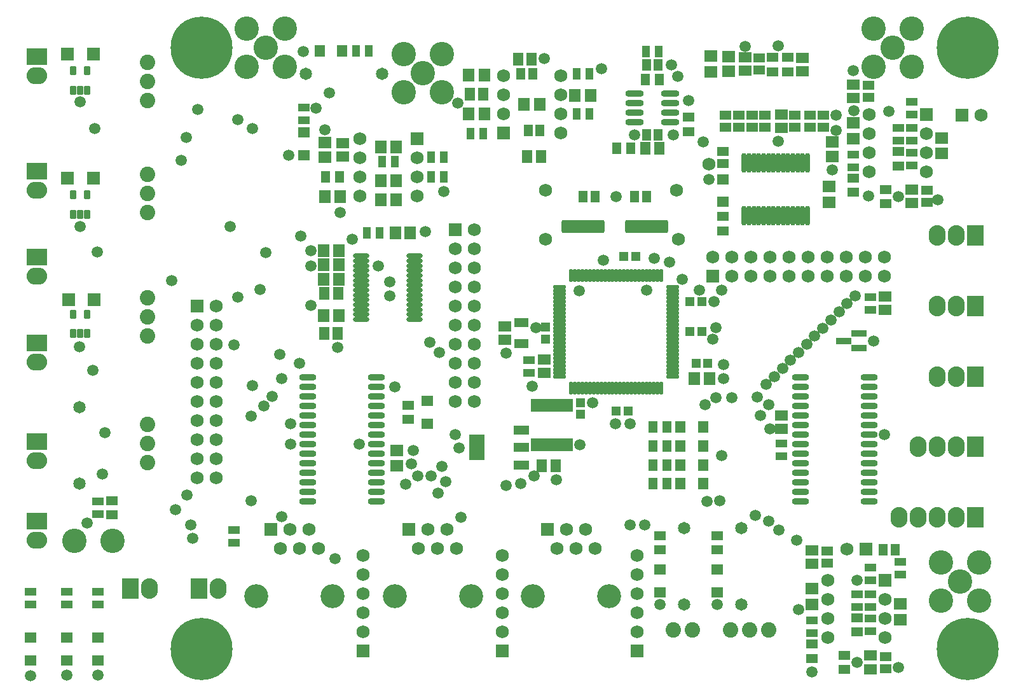
<source format=gts>
%FSAX43Y43*%
%MOMM*%
G71*
G01*
G75*
G04 Layer_Color=8388736*
%ADD10R,1.450X1.150*%
%ADD11R,1.300X0.850*%
%ADD12R,1.350X0.950*%
%ADD13R,1.400X1.050*%
%ADD14R,1.500X1.250*%
%ADD15R,0.950X1.350*%
%ADD16O,2.050X0.600*%
%ADD17R,1.050X1.400*%
%ADD18R,0.850X1.300*%
%ADD19O,2.200X0.600*%
%ADD20R,1.250X1.500*%
%ADD21R,1.150X1.450*%
%ADD22R,1.400X1.200*%
%ADD23R,1.550X1.350*%
%ADD24R,1.350X1.550*%
%ADD25O,1.900X0.450*%
G04:AMPARAMS|DCode=26|XSize=5.5mm|YSize=1.5mm|CornerRadius=0.188mm|HoleSize=0mm|Usage=FLASHONLY|Rotation=180.000|XOffset=0mm|YOffset=0mm|HoleType=Round|Shape=RoundedRectangle|*
%AMROUNDEDRECTD26*
21,1,5.500,1.125,0,0,180.0*
21,1,5.125,1.500,0,0,180.0*
1,1,0.375,-2.563,0.563*
1,1,0.375,2.563,0.563*
1,1,0.375,2.563,-0.563*
1,1,0.375,-2.563,-0.563*
%
%ADD26ROUNDEDRECTD26*%
%ADD27R,1.800X0.600*%
%ADD28R,0.900X1.000*%
%ADD29R,1.200X1.400*%
%ADD30R,1.000X0.900*%
%ADD31R,5.400X1.550*%
%ADD32R,1.700X0.950*%
%ADD33R,1.900X0.900*%
%ADD34R,1.900X3.200*%
%ADD35R,1.524X1.524*%
G04:AMPARAMS|DCode=36|XSize=0.6mm|YSize=1mm|CornerRadius=0.075mm|HoleSize=0mm|Usage=FLASHONLY|Rotation=0.000|XOffset=0mm|YOffset=0mm|HoleType=Round|Shape=RoundedRectangle|*
%AMROUNDEDRECTD36*
21,1,0.600,0.850,0,0,0.0*
21,1,0.450,1.000,0,0,0.0*
1,1,0.150,0.225,-0.425*
1,1,0.150,-0.225,-0.425*
1,1,0.150,-0.225,0.425*
1,1,0.150,0.225,0.425*
%
%ADD36ROUNDEDRECTD36*%
%ADD37O,0.250X1.550*%
%ADD38O,1.550X0.250*%
%ADD39O,0.450X2.400*%
%ADD40C,0.250*%
%ADD41C,0.500*%
%ADD42C,0.450*%
%ADD43C,1.000*%
%ADD44C,0.750*%
%ADD45C,0.254*%
%ADD46R,1.500X1.500*%
%ADD47C,1.500*%
%ADD48C,3.000*%
%ADD49R,2.000X2.500*%
%ADD50O,2.000X2.500*%
%ADD51C,1.400*%
%ADD52R,1.500X1.500*%
%ADD53C,1.800*%
%ADD54C,8.000*%
%ADD55R,2.500X2.000*%
%ADD56O,2.500X2.000*%
%ADD57R,1.500X1.500*%
%ADD58C,2.950*%
%ADD59C,1.500*%
%ADD60C,1.270*%
%ADD61C,1.016*%
%ADD62C,1.016*%
%ADD63C,1.900*%
%ADD64C,2.500*%
G04:AMPARAMS|DCode=65|XSize=3.2mm|YSize=3.2mm|CornerRadius=0mm|HoleSize=0mm|Usage=FLASHONLY|Rotation=0.000|XOffset=0mm|YOffset=0mm|HoleType=Round|Shape=Relief|Width=0.3mm|Gap=0.3mm|Entries=4|*
%AMTHD65*
7,0,0,3.200,2.600,0.300,45*
%
%ADD65THD65*%
%ADD66C,2.100*%
G04:AMPARAMS|DCode=67|XSize=2.7mm|YSize=2.7mm|CornerRadius=0mm|HoleSize=0mm|Usage=FLASHONLY|Rotation=0.000|XOffset=0mm|YOffset=0mm|HoleType=Round|Shape=Relief|Width=0.3mm|Gap=0.3mm|Entries=4|*
%AMTHD67*
7,0,0,2.700,2.100,0.300,45*
%
%ADD67THD67*%
%ADD68C,1.850*%
G04:AMPARAMS|DCode=69|XSize=2.5mm|YSize=2.5mm|CornerRadius=0mm|HoleSize=0mm|Usage=FLASHONLY|Rotation=0.000|XOffset=0mm|YOffset=0mm|HoleType=Round|Shape=Relief|Width=0.3mm|Gap=0.3mm|Entries=4|*
%AMTHD69*
7,0,0,2.500,1.900,0.300,45*
%
%ADD69THD69*%
%ADD70C,2.000*%
%ADD71C,1.600*%
G04:AMPARAMS|DCode=72|XSize=2.2mm|YSize=2.2mm|CornerRadius=0mm|HoleSize=0mm|Usage=FLASHONLY|Rotation=0.000|XOffset=0mm|YOffset=0mm|HoleType=Round|Shape=Relief|Width=0.3mm|Gap=0.3mm|Entries=4|*
%AMTHD72*
7,0,0,2.200,1.600,0.300,45*
%
%ADD72THD72*%
%ADD73C,4.500*%
%ADD74C,1.900*%
%ADD75C,4.250*%
G04:AMPARAMS|DCode=76|XSize=2.5mm|YSize=2.5mm|CornerRadius=0mm|HoleSize=0mm|Usage=FLASHONLY|Rotation=0.000|XOffset=0mm|YOffset=0mm|HoleType=Round|Shape=Relief|Width=0.3mm|Gap=0.3mm|Entries=4|*
%AMTHD76*
7,0,0,2.500,1.900,0.300,45*
%
%ADD76THD76*%
%ADD77C,2.600*%
G04:AMPARAMS|DCode=78|XSize=2.45mm|YSize=2.45mm|CornerRadius=0mm|HoleSize=0mm|Usage=FLASHONLY|Rotation=0.000|XOffset=0mm|YOffset=0mm|HoleType=Round|Shape=Relief|Width=0.3mm|Gap=0.3mm|Entries=4|*
%AMTHD78*
7,0,0,2.450,1.850,0.300,45*
%
%ADD78THD78*%
%ADD79R,2.500X1.700*%
%ADD80R,1.700X2.500*%
G04:AMPARAMS|DCode=81|XSize=0.6mm|YSize=1mm|CornerRadius=0.075mm|HoleSize=0mm|Usage=FLASHONLY|Rotation=270.000|XOffset=0mm|YOffset=0mm|HoleType=Round|Shape=RoundedRectangle|*
%AMROUNDEDRECTD81*
21,1,0.600,0.850,0,0,270.0*
21,1,0.450,1.000,0,0,270.0*
1,1,0.150,-0.425,-0.225*
1,1,0.150,-0.425,0.225*
1,1,0.150,0.425,0.225*
1,1,0.150,0.425,-0.225*
%
%ADD81ROUNDEDRECTD81*%
%ADD82R,1.524X1.524*%
%ADD83C,0.600*%
%ADD84C,0.400*%
%ADD85C,0.200*%
%ADD86C,0.203*%
%ADD87C,0.127*%
%ADD88C,0.305*%
%ADD89R,1.800X1.600*%
%ADD90R,1.600X1.800*%
%ADD91R,1.700X1.400*%
%ADD92R,1.550X1.100*%
%ADD93R,1.600X1.200*%
%ADD94R,1.650X1.300*%
%ADD95R,1.750X1.500*%
%ADD96R,1.200X1.600*%
%ADD97O,2.300X0.850*%
%ADD98R,1.300X1.650*%
%ADD99R,1.100X1.550*%
%ADD100O,2.450X0.850*%
%ADD101R,1.500X1.750*%
%ADD102R,1.400X1.700*%
%ADD103R,1.650X1.450*%
%ADD104R,1.800X1.600*%
%ADD105R,1.600X1.800*%
%ADD106O,2.150X0.700*%
G04:AMPARAMS|DCode=107|XSize=5.75mm|YSize=1.75mm|CornerRadius=0.313mm|HoleSize=0mm|Usage=FLASHONLY|Rotation=180.000|XOffset=0mm|YOffset=0mm|HoleType=Round|Shape=RoundedRectangle|*
%AMROUNDEDRECTD107*
21,1,5.750,1.125,0,0,180.0*
21,1,5.125,1.750,0,0,180.0*
1,1,0.625,-2.563,0.563*
1,1,0.625,2.563,0.563*
1,1,0.625,2.563,-0.563*
1,1,0.625,-2.563,-0.563*
%
%ADD107ROUNDEDRECTD107*%
%ADD108R,2.050X0.850*%
%ADD109R,1.150X1.250*%
%ADD110R,1.450X1.650*%
%ADD111R,1.250X1.150*%
%ADD112R,5.650X1.800*%
%ADD113R,1.950X1.200*%
%ADD114R,2.150X1.150*%
%ADD115R,2.150X3.450*%
%ADD116R,1.774X1.774*%
G04:AMPARAMS|DCode=117|XSize=0.85mm|YSize=1.25mm|CornerRadius=0.2mm|HoleSize=0mm|Usage=FLASHONLY|Rotation=0.000|XOffset=0mm|YOffset=0mm|HoleType=Round|Shape=RoundedRectangle|*
%AMROUNDEDRECTD117*
21,1,0.850,0.850,0,0,0.0*
21,1,0.450,1.250,0,0,0.0*
1,1,0.400,0.225,-0.425*
1,1,0.400,-0.225,-0.425*
1,1,0.400,-0.225,0.425*
1,1,0.400,0.225,0.425*
%
%ADD117ROUNDEDRECTD117*%
%ADD118O,0.500X1.800*%
%ADD119O,1.800X0.500*%
%ADD120O,0.700X2.650*%
%ADD121R,1.750X1.750*%
%ADD122C,1.750*%
%ADD123C,3.250*%
%ADD124R,2.250X2.750*%
%ADD125O,2.250X2.750*%
%ADD126C,1.650*%
%ADD127R,1.750X1.750*%
%ADD128C,2.050*%
%ADD129C,8.250*%
%ADD130R,2.750X2.250*%
%ADD131O,2.750X2.250*%
%ADD132R,1.750X1.750*%
%ADD133C,3.200*%
%ADD134C,1.750*%
%ADD135C,1.520*%
D91*
X0319040Y0143650D02*
D03*
Y0141850D02*
D03*
X0324540Y0205650D02*
D03*
Y0203850D02*
D03*
X0311290Y0155850D02*
D03*
Y0157650D02*
D03*
X0248800Y0210040D02*
D03*
Y0211840D02*
D03*
X0307200Y0215640D02*
D03*
Y0213840D02*
D03*
X0310000Y0223190D02*
D03*
Y0221390D02*
D03*
X0302400Y0223290D02*
D03*
Y0221490D02*
D03*
X0316790Y0217850D02*
D03*
Y0219650D02*
D03*
X0321000Y0189640D02*
D03*
Y0191440D02*
D03*
X0307200Y0175640D02*
D03*
Y0173840D02*
D03*
X0275600Y0183040D02*
D03*
Y0181240D02*
D03*
X0270350Y0187440D02*
D03*
Y0185640D02*
D03*
D92*
X0324540Y0215650D02*
D03*
Y0217350D02*
D03*
Y0213850D02*
D03*
Y0212150D02*
D03*
X0316790Y0210350D02*
D03*
Y0208650D02*
D03*
X0324540Y0210600D02*
D03*
Y0208900D02*
D03*
X0322790Y0212150D02*
D03*
Y0213850D02*
D03*
X0319040Y0153650D02*
D03*
Y0155350D02*
D03*
X0323040Y0156100D02*
D03*
Y0154400D02*
D03*
X0319040Y0148600D02*
D03*
Y0146900D02*
D03*
X0319040Y0151850D02*
D03*
Y0150150D02*
D03*
X0317290D02*
D03*
Y0151850D02*
D03*
X0311290Y0148350D02*
D03*
Y0146650D02*
D03*
X0243600Y0214890D02*
D03*
Y0216590D02*
D03*
X0319000Y0191390D02*
D03*
Y0189690D02*
D03*
X0307200Y0170190D02*
D03*
Y0171890D02*
D03*
X0273600Y0181290D02*
D03*
Y0182990D02*
D03*
X0234250Y0160390D02*
D03*
Y0158690D02*
D03*
X0216200Y0164190D02*
D03*
Y0162490D02*
D03*
X0212000Y0152190D02*
D03*
Y0150490D02*
D03*
X0207200Y0152190D02*
D03*
Y0150490D02*
D03*
X0216200Y0152190D02*
D03*
Y0150490D02*
D03*
D93*
X0326540Y0205550D02*
D03*
Y0203950D02*
D03*
X0321040Y0143550D02*
D03*
Y0141950D02*
D03*
X0313290Y0155950D02*
D03*
Y0157550D02*
D03*
X0312800Y0215540D02*
D03*
Y0213940D02*
D03*
X0311000Y0215540D02*
D03*
X0311000Y0213940D02*
D03*
X0309000Y0215540D02*
D03*
X0309000Y0213940D02*
D03*
X0304200Y0223190D02*
D03*
X0304200Y0221590D02*
D03*
X0305000Y0215540D02*
D03*
X0305000Y0213940D02*
D03*
X0303250Y0215590D02*
D03*
Y0213990D02*
D03*
X0301500Y0215590D02*
D03*
X0301500Y0213990D02*
D03*
X0299750Y0215590D02*
D03*
Y0213990D02*
D03*
X0299400Y0210740D02*
D03*
X0299400Y0209140D02*
D03*
X0318790Y0217950D02*
D03*
Y0219550D02*
D03*
D94*
X0321040Y0205700D02*
D03*
Y0203800D02*
D03*
X0322790Y0208800D02*
D03*
Y0210700D02*
D03*
X0316790Y0205300D02*
D03*
Y0207200D02*
D03*
X0317290Y0146800D02*
D03*
Y0148700D02*
D03*
X0315540Y0143700D02*
D03*
Y0141800D02*
D03*
X0311290Y0143300D02*
D03*
Y0145200D02*
D03*
X0294800Y0213390D02*
D03*
Y0215290D02*
D03*
X0308000Y0223240D02*
D03*
Y0221340D02*
D03*
X0306000Y0221340D02*
D03*
Y0223240D02*
D03*
X0299400Y0200190D02*
D03*
Y0202090D02*
D03*
X0257500Y0175090D02*
D03*
Y0176990D02*
D03*
X0218000Y0164290D02*
D03*
Y0162390D02*
D03*
X0291045Y0159625D02*
D03*
Y0157725D02*
D03*
X0298665D02*
D03*
Y0159625D02*
D03*
D95*
X0316790Y0214550D02*
D03*
Y0212450D02*
D03*
X0323040Y0150550D02*
D03*
Y0148450D02*
D03*
X0311290Y0152550D02*
D03*
Y0150450D02*
D03*
X0297800Y0221340D02*
D03*
Y0223440D02*
D03*
X0313500Y0206090D02*
D03*
Y0203990D02*
D03*
X0328540Y0212550D02*
D03*
Y0210450D02*
D03*
D96*
X0322340Y0157750D02*
D03*
X0320740D02*
D03*
X0290800Y0222290D02*
D03*
X0289200Y0222290D02*
D03*
X0275050Y0213540D02*
D03*
X0273450Y0213540D02*
D03*
X0272450Y0221040D02*
D03*
X0274050D02*
D03*
X0280800Y0204740D02*
D03*
X0282400D02*
D03*
X0289200D02*
D03*
X0287600D02*
D03*
X0289200Y0212940D02*
D03*
X0290800D02*
D03*
D97*
X0253270Y0164165D02*
D03*
Y0165435D02*
D03*
Y0166705D02*
D03*
Y0167975D02*
D03*
Y0169245D02*
D03*
Y0170515D02*
D03*
Y0171785D02*
D03*
Y0173055D02*
D03*
Y0174325D02*
D03*
Y0175595D02*
D03*
Y0176865D02*
D03*
Y0178135D02*
D03*
Y0179405D02*
D03*
Y0180675D02*
D03*
X0244070Y0164165D02*
D03*
Y0165435D02*
D03*
Y0166705D02*
D03*
Y0167975D02*
D03*
Y0169245D02*
D03*
Y0170515D02*
D03*
Y0171785D02*
D03*
Y0173055D02*
D03*
Y0174325D02*
D03*
Y0175595D02*
D03*
Y0176865D02*
D03*
Y0178135D02*
D03*
Y0179405D02*
D03*
Y0180675D02*
D03*
X0309695Y0180720D02*
D03*
Y0179450D02*
D03*
Y0178180D02*
D03*
Y0176910D02*
D03*
Y0175640D02*
D03*
Y0174370D02*
D03*
Y0173100D02*
D03*
Y0171830D02*
D03*
Y0170560D02*
D03*
Y0169290D02*
D03*
Y0168020D02*
D03*
Y0166750D02*
D03*
Y0165480D02*
D03*
Y0164210D02*
D03*
X0318895Y0180720D02*
D03*
Y0179450D02*
D03*
Y0178180D02*
D03*
Y0176910D02*
D03*
Y0175640D02*
D03*
Y0174370D02*
D03*
Y0173100D02*
D03*
Y0171830D02*
D03*
Y0170560D02*
D03*
Y0169290D02*
D03*
Y0168020D02*
D03*
Y0166750D02*
D03*
Y0165480D02*
D03*
Y0164210D02*
D03*
D98*
X0289050Y0220340D02*
D03*
X0290950Y0220340D02*
D03*
X0246450Y0207340D02*
D03*
X0248350D02*
D03*
X0285250Y0211140D02*
D03*
X0287150Y0211140D02*
D03*
X0291950Y0169040D02*
D03*
X0290050D02*
D03*
X0291950Y0166540D02*
D03*
X0290050D02*
D03*
X0291950Y0171540D02*
D03*
X0290050Y0171540D02*
D03*
X0291950Y0174040D02*
D03*
X0290050D02*
D03*
D99*
X0289150Y0224040D02*
D03*
X0290850Y0224040D02*
D03*
X0279950Y0215740D02*
D03*
X0281650D02*
D03*
X0279910Y0221030D02*
D03*
X0281610Y0221030D02*
D03*
X0267450Y0213140D02*
D03*
X0265750D02*
D03*
X0254020Y0209400D02*
D03*
X0255720D02*
D03*
X0262250Y0209940D02*
D03*
X0260550D02*
D03*
Y0207340D02*
D03*
X0262250D02*
D03*
X0251950Y0199940D02*
D03*
X0253650D02*
D03*
X0252250Y0224140D02*
D03*
X0250550D02*
D03*
D100*
X0287600Y0218445D02*
D03*
Y0217175D02*
D03*
Y0215905D02*
D03*
Y0214635D02*
D03*
X0292400Y0218445D02*
D03*
Y0217175D02*
D03*
X0292400Y0215905D02*
D03*
X0292400Y0214635D02*
D03*
D101*
X0279710Y0218230D02*
D03*
X0281810D02*
D03*
X0272910Y0217030D02*
D03*
X0275010Y0217030D02*
D03*
X0265550Y0220940D02*
D03*
X0267650Y0220940D02*
D03*
X0267650Y0215740D02*
D03*
X0265550D02*
D03*
X0297650Y0180540D02*
D03*
X0295550D02*
D03*
D102*
X0275150Y0210040D02*
D03*
X0273350D02*
D03*
X0272100Y0223040D02*
D03*
X0273900Y0223040D02*
D03*
X0265700Y0218340D02*
D03*
X0267500Y0218340D02*
D03*
X0246350Y0191820D02*
D03*
X0248150D02*
D03*
X0248100Y0186540D02*
D03*
X0246300D02*
D03*
X0289100Y0211140D02*
D03*
X0290900D02*
D03*
X0275300Y0168940D02*
D03*
X0277100D02*
D03*
D103*
X0243600Y0213240D02*
D03*
Y0210240D02*
D03*
X0299400Y0207040D02*
D03*
Y0204040D02*
D03*
X0260000Y0177540D02*
D03*
Y0174540D02*
D03*
X0207200Y0146040D02*
D03*
Y0143040D02*
D03*
X0212000D02*
D03*
Y0146040D02*
D03*
X0298665Y0152095D02*
D03*
Y0155095D02*
D03*
X0291045D02*
D03*
Y0152095D02*
D03*
X0216200Y0146040D02*
D03*
Y0143040D02*
D03*
D104*
X0246400Y0211940D02*
D03*
Y0209940D02*
D03*
X0314000Y0210040D02*
D03*
Y0212040D02*
D03*
X0300200Y0223390D02*
D03*
Y0221390D02*
D03*
X0256000Y0168940D02*
D03*
Y0170940D02*
D03*
D105*
X0255870Y0204320D02*
D03*
X0253870D02*
D03*
X0255870Y0206860D02*
D03*
X0253870D02*
D03*
X0255870Y0211305D02*
D03*
X0253870D02*
D03*
X0248400Y0204740D02*
D03*
X0246400D02*
D03*
X0255775Y0199875D02*
D03*
X0257775D02*
D03*
X0246250Y0197535D02*
D03*
X0248250D02*
D03*
X0246250Y0195630D02*
D03*
X0248250D02*
D03*
Y0193725D02*
D03*
X0246250D02*
D03*
X0248250Y0188915D02*
D03*
X0246250D02*
D03*
D106*
X0251260Y0196840D02*
D03*
Y0196190D02*
D03*
Y0195540D02*
D03*
Y0194890D02*
D03*
Y0194240D02*
D03*
Y0193590D02*
D03*
Y0192940D02*
D03*
Y0192290D02*
D03*
Y0191640D02*
D03*
Y0190990D02*
D03*
Y0190340D02*
D03*
Y0189690D02*
D03*
Y0189040D02*
D03*
Y0188390D02*
D03*
X0258360Y0196840D02*
D03*
Y0196190D02*
D03*
Y0195540D02*
D03*
Y0194890D02*
D03*
Y0194240D02*
D03*
Y0193590D02*
D03*
Y0192940D02*
D03*
Y0192290D02*
D03*
Y0191640D02*
D03*
Y0190990D02*
D03*
Y0190340D02*
D03*
Y0189690D02*
D03*
Y0189040D02*
D03*
Y0188390D02*
D03*
D107*
X0280750Y0200740D02*
D03*
X0289250D02*
D03*
D108*
X0317500Y0184590D02*
D03*
Y0186490D02*
D03*
X0315500Y0185540D02*
D03*
D109*
X0295000Y0190740D02*
D03*
X0296600D02*
D03*
X0295000Y0186740D02*
D03*
X0296600D02*
D03*
X0295800Y0182540D02*
D03*
X0297400D02*
D03*
X0286800Y0176240D02*
D03*
X0285200D02*
D03*
X0286200Y0196790D02*
D03*
X0287800D02*
D03*
D110*
X0296750Y0171540D02*
D03*
X0293750D02*
D03*
X0296750Y0166540D02*
D03*
X0293750D02*
D03*
X0296750Y0169040D02*
D03*
X0293750Y0169040D02*
D03*
X0296750Y0174040D02*
D03*
X0293750Y0174040D02*
D03*
X0248700Y0224140D02*
D03*
X0245700D02*
D03*
D111*
X0280400Y0177340D02*
D03*
Y0175740D02*
D03*
X0275800Y0187340D02*
D03*
Y0185740D02*
D03*
D112*
X0276600Y0176965D02*
D03*
Y0171715D02*
D03*
D113*
X0272550Y0187940D02*
D03*
Y0185140D02*
D03*
D114*
X0272550Y0169040D02*
D03*
Y0171340D02*
D03*
Y0173640D02*
D03*
D115*
X0266650Y0171340D02*
D03*
D116*
X0215700Y0190975D02*
D03*
X0212271D02*
D03*
X0215570Y0223690D02*
D03*
X0212141D02*
D03*
X0215570Y0207180D02*
D03*
X0212141D02*
D03*
D117*
X0212845Y0189100D02*
D03*
X0214745Y0186500D02*
D03*
X0213795D02*
D03*
X0212845D02*
D03*
X0214745Y0189100D02*
D03*
X0212845Y0204975D02*
D03*
X0214745Y0202375D02*
D03*
X0213795D02*
D03*
X0212845D02*
D03*
X0214745Y0204975D02*
D03*
X0212845Y0221485D02*
D03*
X0214745Y0218885D02*
D03*
X0213795D02*
D03*
X0212845D02*
D03*
X0214745Y0221485D02*
D03*
D118*
X0279200Y0179215D02*
D03*
X0279700D02*
D03*
X0280200D02*
D03*
X0280700D02*
D03*
X0281200D02*
D03*
X0281700D02*
D03*
X0282200D02*
D03*
X0282700D02*
D03*
X0283200D02*
D03*
X0283700D02*
D03*
X0284200D02*
D03*
X0284700D02*
D03*
X0285200D02*
D03*
X0285700D02*
D03*
X0286200D02*
D03*
X0286700D02*
D03*
X0287200D02*
D03*
X0287700D02*
D03*
X0288200D02*
D03*
X0288700D02*
D03*
X0289200D02*
D03*
X0289700D02*
D03*
X0290200D02*
D03*
X0290700D02*
D03*
X0291200D02*
D03*
Y0194265D02*
D03*
X0290700D02*
D03*
X0290200D02*
D03*
X0289700D02*
D03*
X0289200D02*
D03*
X0288700D02*
D03*
X0288200D02*
D03*
X0287700D02*
D03*
X0287200D02*
D03*
X0286700D02*
D03*
X0286200D02*
D03*
X0285700D02*
D03*
X0285200D02*
D03*
X0284700D02*
D03*
X0284200D02*
D03*
X0283700D02*
D03*
X0283200D02*
D03*
X0282700D02*
D03*
X0282200D02*
D03*
X0281700D02*
D03*
X0281200D02*
D03*
X0280700D02*
D03*
X0280200D02*
D03*
X0279700D02*
D03*
X0279200D02*
D03*
D119*
X0292725Y0180740D02*
D03*
Y0181240D02*
D03*
Y0181740D02*
D03*
Y0182240D02*
D03*
Y0182740D02*
D03*
Y0183240D02*
D03*
Y0183740D02*
D03*
Y0184240D02*
D03*
Y0184740D02*
D03*
Y0185240D02*
D03*
Y0185740D02*
D03*
Y0186240D02*
D03*
Y0186740D02*
D03*
Y0187240D02*
D03*
Y0187740D02*
D03*
Y0188240D02*
D03*
Y0188740D02*
D03*
Y0189240D02*
D03*
Y0189740D02*
D03*
Y0190240D02*
D03*
Y0190740D02*
D03*
Y0191240D02*
D03*
Y0191740D02*
D03*
Y0192240D02*
D03*
Y0192740D02*
D03*
X0277675D02*
D03*
Y0192240D02*
D03*
Y0191740D02*
D03*
Y0191240D02*
D03*
Y0190740D02*
D03*
Y0190240D02*
D03*
Y0189740D02*
D03*
Y0189240D02*
D03*
Y0188740D02*
D03*
Y0188240D02*
D03*
Y0187740D02*
D03*
Y0187240D02*
D03*
Y0186740D02*
D03*
Y0186240D02*
D03*
Y0185740D02*
D03*
Y0185240D02*
D03*
Y0184740D02*
D03*
Y0184240D02*
D03*
Y0183740D02*
D03*
Y0183240D02*
D03*
Y0182740D02*
D03*
Y0182240D02*
D03*
Y0181740D02*
D03*
Y0181240D02*
D03*
Y0180740D02*
D03*
D120*
X0302210Y0202185D02*
D03*
X0302860D02*
D03*
X0303510D02*
D03*
X0304160D02*
D03*
X0304810D02*
D03*
X0305460D02*
D03*
X0306110D02*
D03*
X0306760D02*
D03*
X0307410D02*
D03*
X0308060D02*
D03*
X0308710D02*
D03*
X0309360D02*
D03*
X0310010D02*
D03*
X0310660D02*
D03*
X0302210Y0209185D02*
D03*
X0302860D02*
D03*
X0303510D02*
D03*
X0304160D02*
D03*
X0304810D02*
D03*
X0305460D02*
D03*
X0306110D02*
D03*
X0306760D02*
D03*
X0307410D02*
D03*
X0308060D02*
D03*
X0308710D02*
D03*
X0309360D02*
D03*
X0310010D02*
D03*
X0310660D02*
D03*
D121*
X0326500Y0215640D02*
D03*
X0298000Y0194140D02*
D03*
X0258680Y0212430D02*
D03*
X0270150Y0213220D02*
D03*
X0331250Y0215540D02*
D03*
X0318460Y0157790D02*
D03*
X0321000Y0153640D02*
D03*
D122*
X0326500Y0213100D02*
D03*
Y0210560D02*
D03*
Y0208020D02*
D03*
X0318880Y0215640D02*
D03*
Y0213100D02*
D03*
Y0210560D02*
D03*
Y0208020D02*
D03*
X0231940Y0190140D02*
D03*
X0229400Y0187600D02*
D03*
X0231940D02*
D03*
X0229400Y0185060D02*
D03*
X0231940D02*
D03*
X0229400Y0182520D02*
D03*
X0231940D02*
D03*
X0229400Y0179980D02*
D03*
X0231940D02*
D03*
X0229400Y0177440D02*
D03*
X0231940D02*
D03*
X0229400Y0174900D02*
D03*
X0231940D02*
D03*
X0229400Y0172360D02*
D03*
X0231940D02*
D03*
X0229400Y0169820D02*
D03*
X0231940D02*
D03*
X0229400Y0167280D02*
D03*
X0231940D02*
D03*
X0266300Y0200365D02*
D03*
X0263760Y0197825D02*
D03*
X0266300D02*
D03*
X0263760Y0195285D02*
D03*
X0266300D02*
D03*
X0263760Y0192745D02*
D03*
X0266300D02*
D03*
X0263760Y0190205D02*
D03*
X0266300D02*
D03*
X0263760Y0187665D02*
D03*
X0266300D02*
D03*
X0263760Y0185125D02*
D03*
X0266300D02*
D03*
X0263760Y0182585D02*
D03*
X0266300D02*
D03*
X0263760Y0180045D02*
D03*
X0266300D02*
D03*
X0263760Y0177505D02*
D03*
X0266300D02*
D03*
X0298000Y0196680D02*
D03*
X0300540Y0194140D02*
D03*
Y0196680D02*
D03*
X0303080Y0194140D02*
D03*
Y0196680D02*
D03*
X0305620Y0194140D02*
D03*
Y0196680D02*
D03*
X0308160Y0194140D02*
D03*
Y0196680D02*
D03*
X0310700Y0194140D02*
D03*
Y0196680D02*
D03*
X0313240Y0194140D02*
D03*
X0313240Y0196680D02*
D03*
X0315780Y0194140D02*
D03*
X0315780Y0196680D02*
D03*
X0318320Y0194140D02*
D03*
Y0196680D02*
D03*
X0320860Y0194140D02*
D03*
Y0196680D02*
D03*
X0251500Y0156990D02*
D03*
Y0154450D02*
D03*
Y0151910D02*
D03*
Y0149370D02*
D03*
Y0146830D02*
D03*
X0288000Y0156990D02*
D03*
Y0154450D02*
D03*
Y0151910D02*
D03*
Y0149370D02*
D03*
Y0146830D02*
D03*
X0258680Y0209890D02*
D03*
Y0207350D02*
D03*
Y0204810D02*
D03*
X0251060Y0212430D02*
D03*
Y0209890D02*
D03*
Y0207350D02*
D03*
Y0204810D02*
D03*
X0270150Y0215760D02*
D03*
Y0218300D02*
D03*
X0270150Y0220840D02*
D03*
X0277770Y0213220D02*
D03*
Y0215760D02*
D03*
X0277770Y0218300D02*
D03*
X0277770Y0220840D02*
D03*
X0333790Y0215540D02*
D03*
X0315920Y0157790D02*
D03*
X0321000Y0151100D02*
D03*
Y0148560D02*
D03*
Y0146020D02*
D03*
X0313380Y0153640D02*
D03*
Y0151100D02*
D03*
Y0148560D02*
D03*
Y0146020D02*
D03*
X0270000Y0146830D02*
D03*
Y0149370D02*
D03*
Y0151910D02*
D03*
Y0154450D02*
D03*
Y0156990D02*
D03*
X0293250Y0205540D02*
D03*
X0275750Y0199040D02*
D03*
Y0205540D02*
D03*
X0293500Y0199040D02*
D03*
X0297500Y0209040D02*
D03*
D123*
X0331000Y0153540D02*
D03*
X0333540Y0151000D02*
D03*
X0328460D02*
D03*
X0333540Y0156080D02*
D03*
X0328460D02*
D03*
X0238500Y0224540D02*
D03*
X0235960Y0222000D02*
D03*
Y0227080D02*
D03*
X0241040Y0222000D02*
D03*
Y0227080D02*
D03*
X0213030Y0158920D02*
D03*
X0218110D02*
D03*
X0259400Y0221140D02*
D03*
X0261940Y0223680D02*
D03*
Y0218600D02*
D03*
X0256860Y0223680D02*
D03*
Y0218600D02*
D03*
X0322000Y0224540D02*
D03*
X0324540Y0222000D02*
D03*
X0319460D02*
D03*
X0324540Y0227080D02*
D03*
X0319460D02*
D03*
D124*
X0333000Y0199540D02*
D03*
Y0190165D02*
D03*
Y0162040D02*
D03*
Y0180790D02*
D03*
Y0171415D02*
D03*
X0229600Y0152540D02*
D03*
X0220500Y0152540D02*
D03*
D125*
X0330460Y0199540D02*
D03*
X0327920D02*
D03*
X0330460Y0190165D02*
D03*
X0327920D02*
D03*
X0330460Y0162040D02*
D03*
X0327920D02*
D03*
X0325380D02*
D03*
X0322840D02*
D03*
X0330460Y0180790D02*
D03*
X0327920D02*
D03*
X0325380Y0171415D02*
D03*
X0327920D02*
D03*
X0330460D02*
D03*
X0232140Y0152540D02*
D03*
X0223040Y0152540D02*
D03*
D126*
X0243830Y0221110D02*
D03*
X0253990D02*
D03*
X0213700Y0176700D02*
D03*
Y0166540D02*
D03*
X0301840Y0150420D02*
D03*
Y0160580D02*
D03*
X0294220Y0150420D02*
D03*
Y0160580D02*
D03*
D127*
X0229400Y0190140D02*
D03*
X0263760Y0200365D02*
D03*
X0251500Y0144290D02*
D03*
X0288000Y0144290D02*
D03*
X0270000Y0144290D02*
D03*
D128*
X0222800Y0217520D02*
D03*
Y0220060D02*
D03*
Y0222600D02*
D03*
X0292800Y0147040D02*
D03*
X0295340D02*
D03*
X0300420D02*
D03*
X0302960D02*
D03*
X0305500D02*
D03*
X0222800Y0202610D02*
D03*
Y0205150D02*
D03*
Y0207690D02*
D03*
Y0186160D02*
D03*
Y0188700D02*
D03*
Y0191240D02*
D03*
Y0169360D02*
D03*
Y0171900D02*
D03*
Y0174440D02*
D03*
D129*
X0332000Y0224540D02*
D03*
Y0144540D02*
D03*
X0230000D02*
D03*
Y0224540D02*
D03*
D130*
X0208080Y0223360D02*
D03*
Y0208120D02*
D03*
Y0196690D02*
D03*
Y0185260D02*
D03*
X0208000Y0172140D02*
D03*
Y0161540D02*
D03*
D131*
X0208080Y0220820D02*
D03*
Y0205580D02*
D03*
Y0194150D02*
D03*
Y0182720D02*
D03*
X0208000Y0169600D02*
D03*
Y0159000D02*
D03*
D132*
X0239195Y0160420D02*
D03*
X0257610Y0160420D02*
D03*
X0276025Y0160420D02*
D03*
D133*
X0247450Y0151530D02*
D03*
X0237290D02*
D03*
X0255705Y0151530D02*
D03*
X0265865D02*
D03*
X0284280Y0151530D02*
D03*
X0274120D02*
D03*
D134*
X0240465Y0157880D02*
D03*
X0243005D02*
D03*
X0241735Y0160420D02*
D03*
X0244275D02*
D03*
X0245545Y0157880D02*
D03*
X0263960Y0157880D02*
D03*
X0262690Y0160420D02*
D03*
X0260150D02*
D03*
X0261420Y0157880D02*
D03*
X0258880D02*
D03*
X0277295Y0157880D02*
D03*
X0279835D02*
D03*
X0278565Y0160420D02*
D03*
X0281105D02*
D03*
X0282375Y0157880D02*
D03*
D135*
X0294003Y0193748D02*
D03*
X0248400Y0202582D02*
D03*
X0300600Y0177940D02*
D03*
X0298440Y0177980D02*
D03*
X0298200Y0190740D02*
D03*
X0292250Y0196040D02*
D03*
X0304000Y0178040D02*
D03*
X0305177Y0179717D02*
D03*
X0285200Y0204740D02*
D03*
X0305500Y0161540D02*
D03*
X0282000Y0177340D02*
D03*
X0322765Y0204725D02*
D03*
X0314500Y0213540D02*
D03*
X0238500Y0197290D02*
D03*
X0306750Y0224790D02*
D03*
X0306763Y0212074D02*
D03*
X0226000Y0193540D02*
D03*
X0227250Y0209540D02*
D03*
X0227915Y0212625D02*
D03*
X0305700Y0173840D02*
D03*
X0297264Y0164162D02*
D03*
X0299250Y0170290D02*
D03*
X0287000Y0161040D02*
D03*
X0264485Y0162055D02*
D03*
X0309500Y0149790D02*
D03*
X0283500Y0196290D02*
D03*
X0228500Y0161040D02*
D03*
X0280375Y0171715D02*
D03*
X0226500Y0163040D02*
D03*
X0243000Y0182540D02*
D03*
X0240600Y0162140D02*
D03*
X0247750Y0156540D02*
D03*
X0236600Y0164290D02*
D03*
X0270550Y0183940D02*
D03*
X0258200Y0170940D02*
D03*
X0216750Y0167790D02*
D03*
X0260400Y0185340D02*
D03*
X0313776Y0188316D02*
D03*
X0315925Y0190465D02*
D03*
X0317000Y0191540D02*
D03*
X0275600Y0223140D02*
D03*
X0292800Y0212940D02*
D03*
X0287600Y0212940D02*
D03*
X0293400Y0220740D02*
D03*
X0314500Y0215540D02*
D03*
X0294800Y0217540D02*
D03*
X0213800Y0217340D02*
D03*
X0215450Y0181590D02*
D03*
X0298665Y0150425D02*
D03*
X0291045Y0150445D02*
D03*
X0234800Y0191340D02*
D03*
X0255000Y0191540D02*
D03*
X0255735Y0179405D02*
D03*
X0236750Y0213790D02*
D03*
X0233800Y0200740D02*
D03*
X0238275Y0176865D02*
D03*
X0237800Y0192340D02*
D03*
X0241845Y0171785D02*
D03*
X0234800Y0214940D02*
D03*
X0243150Y0199490D02*
D03*
X0240600Y0180540D02*
D03*
X0241800Y0174540D02*
D03*
X0236750Y0179590D02*
D03*
X0236600Y0175540D02*
D03*
X0322750Y0142040D02*
D03*
X0317265Y0142725D02*
D03*
X0310551Y0185091D02*
D03*
X0311626Y0186166D02*
D03*
X0312701Y0187241D02*
D03*
X0314850Y0189390D02*
D03*
X0306252Y0180792D02*
D03*
X0309476Y0184016D02*
D03*
X0308402Y0182942D02*
D03*
X0307327Y0181867D02*
D03*
X0305500Y0177040D02*
D03*
X0303750Y0162290D02*
D03*
X0289000Y0161040D02*
D03*
X0247000Y0218540D02*
D03*
X0261600Y0183950D02*
D03*
X0239395Y0178135D02*
D03*
X0240407Y0183741D02*
D03*
X0241593Y0210240D02*
D03*
X0292500Y0222290D02*
D03*
X0280240Y0192200D02*
D03*
X0262250Y0205417D02*
D03*
X0207200Y0140986D02*
D03*
X0212000Y0141034D02*
D03*
X0216200Y0141062D02*
D03*
X0302400Y0224690D02*
D03*
X0314000Y0208290D02*
D03*
X0318750Y0204790D02*
D03*
X0320940Y0173100D02*
D03*
X0304350Y0175640D02*
D03*
X0309250Y0159040D02*
D03*
X0321500Y0216040D02*
D03*
X0316790Y0221500D02*
D03*
X0311290Y0141500D02*
D03*
X0260554Y0167594D02*
D03*
X0262500Y0166790D02*
D03*
X0262000Y0168790D02*
D03*
X0263750Y0173040D02*
D03*
X0253500Y0195540D02*
D03*
X0250000Y0199040D02*
D03*
X0259750Y0200040D02*
D03*
X0246400Y0213640D02*
D03*
X0299500Y0180540D02*
D03*
X0298000Y0185740D02*
D03*
X0299250Y0192290D02*
D03*
X0274000Y0179540D02*
D03*
X0251005Y0171785D02*
D03*
X0296250Y0192290D02*
D03*
X0229500Y0216290D02*
D03*
X0243500Y0224040D02*
D03*
X0213750Y0184790D02*
D03*
X0274500Y0187290D02*
D03*
X0214750Y0161290D02*
D03*
X0277250Y0167040D02*
D03*
X0215750Y0213790D02*
D03*
X0299000Y0164290D02*
D03*
X0244500Y0197540D02*
D03*
Y0195540D02*
D03*
X0228750Y0159290D02*
D03*
X0274250Y0167540D02*
D03*
X0272500Y0166540D02*
D03*
X0270500Y0166290D02*
D03*
X0297000Y0177040D02*
D03*
X0296750Y0212040D02*
D03*
X0245250Y0216540D02*
D03*
X0228000Y0165040D02*
D03*
X0328000Y0204290D02*
D03*
X0289250Y0192290D02*
D03*
X0234250Y0185040D02*
D03*
X0261500Y0165290D02*
D03*
X0283250Y0221790D02*
D03*
X0264250Y0171290D02*
D03*
X0297500Y0207040D02*
D03*
X0298500Y0187290D02*
D03*
X0290250Y0196540D02*
D03*
X0264127Y0217204D02*
D03*
X0306835Y0160383D02*
D03*
X0299502Y0182406D02*
D03*
X0244512Y0190281D02*
D03*
X0255024Y0193375D02*
D03*
X0285090Y0174531D02*
D03*
X0287004Y0174519D02*
D03*
X0248112Y0184682D02*
D03*
X0317251Y0153640D02*
D03*
X0216048Y0197361D02*
D03*
X0213772Y0200768D02*
D03*
X0217071Y0173315D02*
D03*
X0257179Y0166440D02*
D03*
X0258720Y0167523D02*
D03*
X0257927Y0169193D02*
D03*
X0316865Y0216168D02*
D03*
X0319500Y0185540D02*
D03*
M02*

</source>
